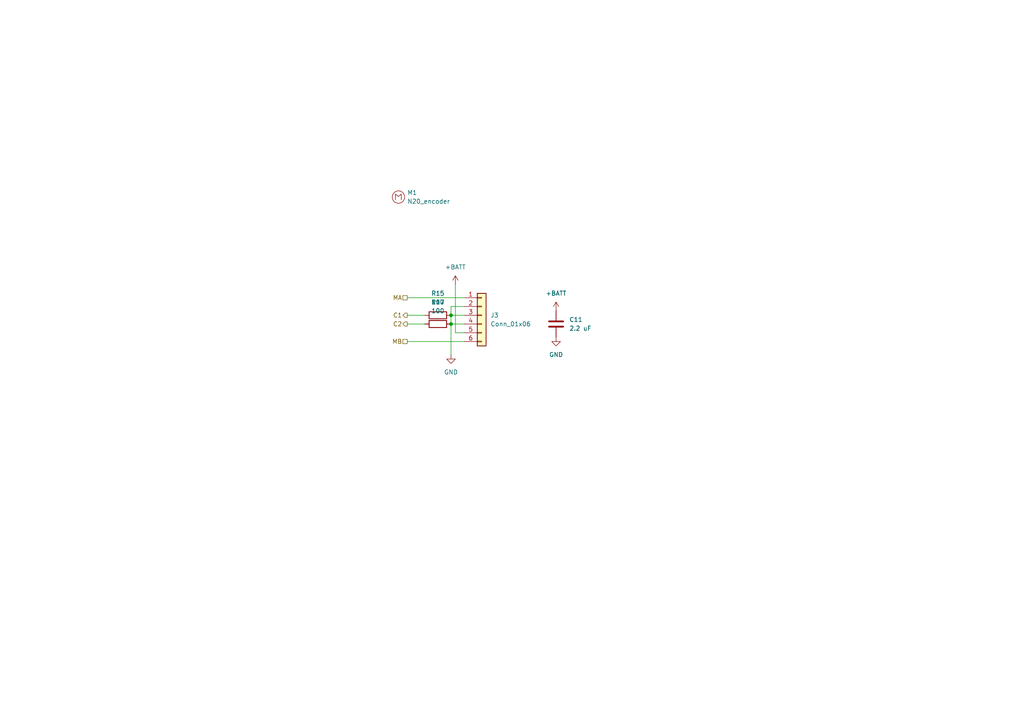
<source format=kicad_sch>
(kicad_sch (version 20230121) (generator eeschema)
  (paper "A4")
  (lib_symbols
    (symbol "Connector_Generic:Conn_01x06" (pin_names (offset 1.016) hide)
      (property "Reference" "J" (at 0 7.62 0))
      (property "Value" "Conn_01x06" (at 0 -10.16 0))
      (symbol "Conn_01x06_1_1"
        (rectangle (start -1.27 -7.493) (end 0 -7.747) (stroke (width 0.1524)))
        (rectangle (start -1.27 -4.953) (end 0 -5.207) (stroke (width 0.1524)))
        (rectangle (start -1.27 -2.413) (end 0 -2.667) (stroke (width 0.1524)))
        (rectangle (start -1.27 0.127) (end 0 -0.127) (stroke (width 0.1524)))
        (rectangle (start -1.27 2.667) (end 0 2.413) (stroke (width 0.1524)))
        (rectangle (start -1.27 5.207) (end 0 4.953) (stroke (width 0.1524)))
        (rectangle (start -1.27 6.35) (end 1.27 -8.89) (stroke (width 0.254)) (fill (type background)))
        (pin passive line (at -5.08 5.08 0) (length 3.81) (name "Pin_1") (number "1"))
        (pin passive line (at -5.08 2.54 0) (length 3.81) (name "Pin_2") (number "2"))
        (pin passive line (at -5.08 0 0) (length 3.81) (name "Pin_3") (number "3"))
        (pin passive line (at -5.08 -2.54 0) (length 3.81) (name "Pin_4") (number "4"))
        (pin passive line (at -5.08 -5.08 0) (length 3.81) (name "Pin_5") (number "5"))
        (pin passive line (at -5.08 -7.62 0) (length 3.81) (name "Pin_6") (number "6"))
      )
    )
    (symbol "Device:C" (pin_numbers hide) (pin_names (offset 0.254))
      (property "Reference" "C" (at 0.635 2.54 0))
      (property "Value" "C" (at 0.635 -2.54 0))
      (symbol "C_0_1"
        (polyline (pts (xy -2.032 -0.762) (xy 2.032 -0.762)) (stroke (width 0.508)))
        (polyline (pts (xy -2.032 0.762) (xy 2.032 0.762)) (stroke (width 0.508)))
      )
      (symbol "C_1_1"
        (pin passive line (at 0 3.81 270) (length 2.794) (name "~") (number "1"))
        (pin passive line (at 0 -3.81 90) (length 2.794) (name "~") (number "2"))
      )
    )
    (symbol "Device:R" (pin_numbers hide) (pin_names (offset 0))
      (property "Reference" "R" (at 2.032 0 90))
      (property "Value" "R" (at 0 0 90))
      (symbol "R_0_1"
        (rectangle (start -1.016 -2.54) (end 1.016 2.54) (stroke (width 0.254)))
      )
      (symbol "R_1_1"
        (pin passive line (at 0 3.81 270) (length 1.27) (name "~") (number "1"))
        (pin passive line (at 0 -3.81 90) (length 1.27) (name "~") (number "2"))
      )
    )
    (symbol "minimouse:N20_w_encoder"
      (property "Reference" "M" (at -8.89 1.27 0))
      (property "Value" "N20_encoder" (at 0 -2.54 0))
      (symbol "N20_w_encoder_0_1"
        (polyline (pts (xy -0.8636 -0.8128) (xy -0.8636 0.8636) (xy 0 0.1524) (xy 0.8128 0.8636) (xy 0.8128 -0.8128)))
        (circle (center 0 0) (radius 1.7961))
      )
    )
    (symbol "power:+BATT" (power) (pin_names (offset 0))
      (property "Value" "+BATT" (at 0 3.556 0))
      (symbol "+BATT_0_1"
        (polyline (pts (xy -0.762 1.27) (xy 0 2.54)))
        (polyline (pts (xy 0 0) (xy 0 2.54)))
        (polyline (pts (xy 0 2.54) (xy 0.762 1.27)))
      )
      (symbol "+BATT_1_1"
        (pin power_in line (at 0 0 90) (length 0) hide (name "+BATT") (number "1"))
      )
    )
    (symbol "power:GND" (power) (pin_names (offset 0))
      (property "Value" "GND" (at 0 -3.81 0))
      (symbol "GND_0_1"
        (polyline (pts (xy 0 0) (xy 0 -1.27) (xy 1.27 -1.27) (xy 0 -2.54) (xy -1.27 -1.27) (xy 0 -1.27)))
      )
      (symbol "GND_1_1"
        (pin power_in line (at 0 0 270) (length 0) hide (name "GND") (number "1"))
      )
    )
  )
  (junction (at 130.81 91.44))
  (junction (at 130.81 93.98))
  (wire (pts (xy 130.81 91.44) (xy 134.62 91.44)))
  (wire (pts (xy 130.81 91.44) (xy 130.81 93.98)))
  (wire (pts (xy 130.81 93.98) (xy 134.62 93.98)))
  (wire (pts (xy 118.11 99.06) (xy 134.62 99.06)))
  (wire (pts (xy 130.81 88.9) (xy 130.81 91.44)))
  (wire (pts (xy 118.11 93.98) (xy 123.19 93.98)))
  (wire (pts (xy 118.11 91.44) (xy 123.19 91.44)))
  (wire (pts (xy 134.62 88.9) (xy 130.81 88.9)))
  (wire (pts (xy 134.62 96.52) (xy 132.08 96.52)))
  (wire (pts (xy 130.81 93.98) (xy 130.81 102.87)))
  (wire (pts (xy 132.08 96.52) (xy 132.08 82.55)))
  (wire (pts (xy 118.11 86.36) (xy 134.62 86.36)))
  (hierarchical_label "C1" (shape output) (at 118.11 91.44 180))
  (hierarchical_label "C2" (shape output) (at 118.11 93.98 180))
  (hierarchical_label "MB" (shape passive) (at 118.11 99.06 180))
  (hierarchical_label "MA" (shape passive) (at 118.11 86.36 180))
  (symbol (lib_id "minimouse:N20_w_encoder") (at 115.57 57.15 0) (unit 1)
    (property "Reference" "M1" (at 118.11 55.88 0) (effects (justify left)))
    (property "Value" "N20_encoder" (at 118.11 58.42 0) (effects (justify left)))
    (property "Footprint" "minimouse:N20_with_encoder" (effects hide))
    (instances (project "minimouse" (path "" (reference "M1") (unit 1)) (path "" (reference "M2") (unit 1))))
  )
  (symbol (lib_id "power:+BATT") (at 161.29 90.17 0) (unit 1)
    (property "Reference" "#PWR023" (effects hide))
    (property "Value" "+BATT" (at 161.29 85.09 0))
    (instances (project "minimouse" (path "" (reference "#PWR023") (unit 1)) (path "" (reference "#PWR022") (unit 1))))
  )
  (symbol (lib_id "power:GND") (at 161.29 97.79 0) (unit 1)
    (property "Reference" "#PWR025" (effects hide))
    (property "Value" "GND" (at 161.29 102.87 0))
    (instances (project "minimouse" (path "" (reference "#PWR025") (unit 1)) (path "" (reference "#PWR024") (unit 1))))
  )
  (symbol (lib_id "power:+BATT") (at 132.08 82.55 0) (unit 1)
    (property "Reference" "#PWR019" (effects hide))
    (property "Value" "+BATT" (at 132.08 77.47 0))
    (instances (project "minimouse" (path "" (reference "#PWR019") (unit 1)) (path "" (reference "#PWR018") (unit 1))))
  )
  (symbol (lib_id "Device:R") (at 127 91.44 90) (unit 1)
    (property "Reference" "R15" (at 127 85.09 90))
    (property "Value" "100" (at 127 87.63 90))
    (property "Footprint" "Resistor_SMD:R_0603_1608Metric" (effects hide))
    (instances (project "minimouse" (path "" (reference "R15") (unit 1)) (path "" (reference "R14") (unit 1))))
  )
  (symbol (lib_id "Device:R") (at 127 93.98 90) (unit 1)
    (property "Reference" "R17" (at 127 87.63 90))
    (property "Value" "100" (at 127 90.17 90))
    (property "Footprint" "Resistor_SMD:R_0603_1608Metric" (effects hide))
    (instances (project "minimouse" (path "" (reference "R17") (unit 1)) (path "" (reference "R16") (unit 1))))
  )
  (symbol (lib_id "Connector_Generic:Conn_01x06") (at 139.7 91.44 0) (unit 1)
    (property "Reference" "J3" (at 142.24 91.44 0) (effects (justify left)))
    (property "Value" "Conn_01x06" (at 142.24 93.98 0) (effects (justify left)))
    (property "Footprint" "Connector_PinHeader_2.54mm:PinHeader_1x06_P2.54mm_Vertical" (effects hide))
    (instances (project "minimouse" (path "" (reference "J3") (unit 1)) (path "" (reference "J2") (unit 1))))
  )
  (symbol (lib_id "Device:C") (at 161.29 93.98 0) (unit 1)
    (property "Reference" "C11" (at 165.1 92.71 0) (effects (justify left)))
    (property "Value" "2.2 uF" (at 165.1 95.25 0) (effects (justify left)))
    (property "Footprint" "Capacitor_SMD:C_0603_1608Metric" (effects hide))
    (instances (project "minimouse" (path "" (reference "C11") (unit 1)) (path "" (reference "C10") (unit 1))))
  )
  (symbol (lib_id "power:GND") (at 130.81 102.87 0) (unit 1)
    (property "Reference" "#PWR021" (effects hide))
    (property "Value" "GND" (at 130.81 107.95 0))
    (instances (project "minimouse" (path "" (reference "#PWR021") (unit 1)) (path "" (reference "#PWR020") (unit 1))))
  )
)
</source>
